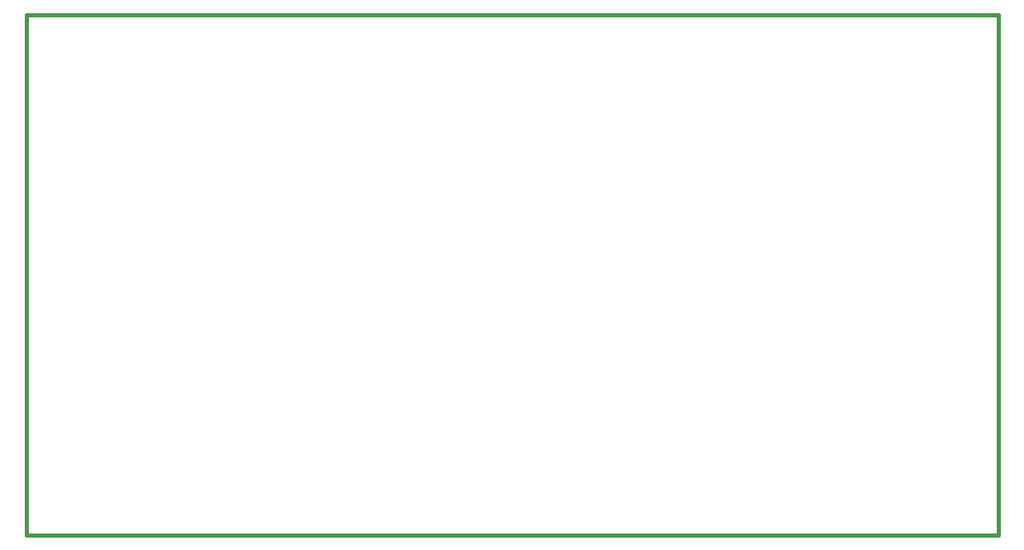
<source format=gbr>
G04 (created by PCBNEW (2013-jul-07)-stable) date Wed 24 Jun 2015 12:25:48 PM PDT*
%MOIN*%
G04 Gerber Fmt 3.4, Leading zero omitted, Abs format*
%FSLAX34Y34*%
G01*
G70*
G90*
G04 APERTURE LIST*
%ADD10C,0.00590551*%
%ADD11C,0.015*%
G04 APERTURE END LIST*
G54D10*
G54D11*
X88200Y-54100D02*
X87400Y-54100D01*
X88200Y-33100D02*
X88200Y-54100D01*
X87400Y-33100D02*
X88200Y-33100D01*
X49000Y-33100D02*
X49500Y-33100D01*
X49000Y-54100D02*
X49000Y-33100D01*
X87400Y-54100D02*
X49000Y-54100D01*
X87400Y-33100D02*
X49500Y-33100D01*
M02*

</source>
